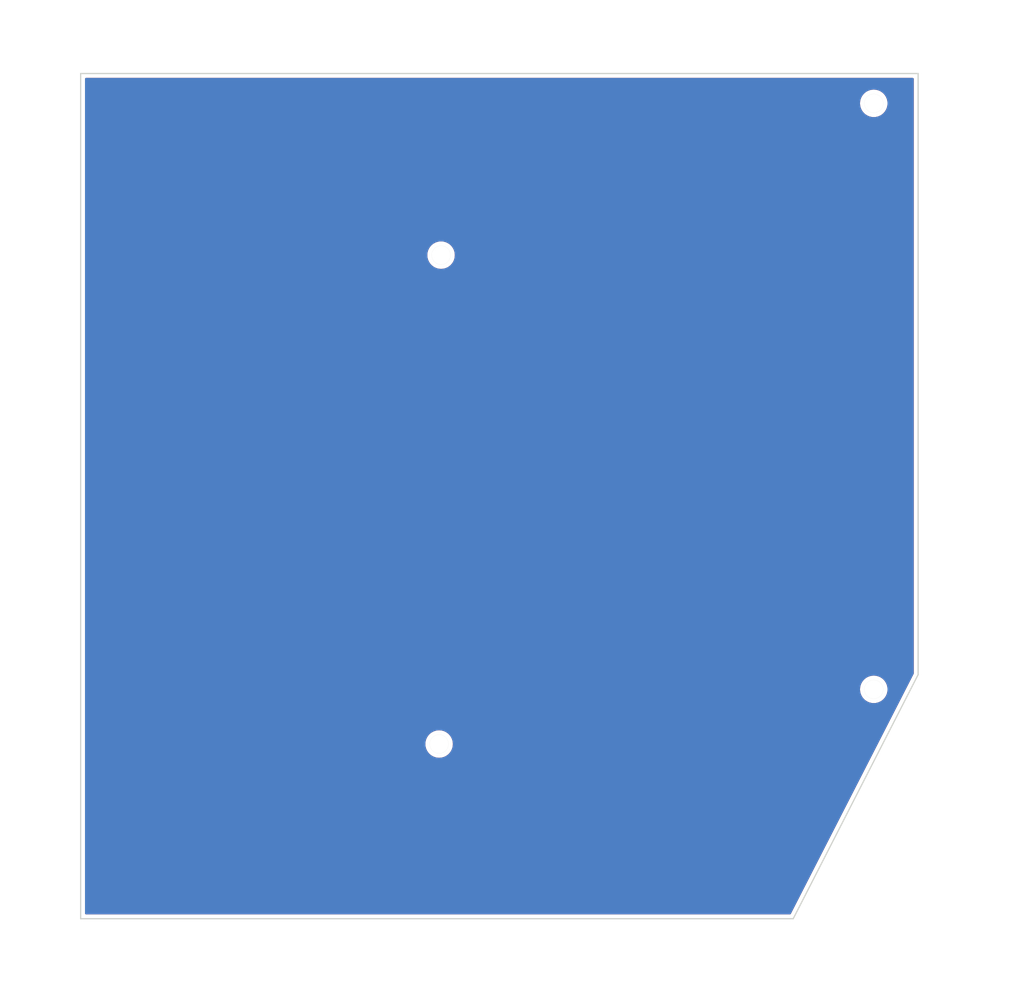
<source format=kicad_pcb>
(kicad_pcb (version 20211014) (generator pcbnew)
  (layers (0 "F.Cu" signal) (31 "B.Cu" signal) (34 "B.Paste" user) (35 "F.Paste" user) (36 "B.SilkS" user "B.Silkscreen") (37 "F.SilkS" user "F.Silkscreen") (38 "B.Mask" user) (39 "F.Mask" user) (44 "Edge.Cuts" user))
  (net 0 "")
  (footprint "kbd_Hole:m2_Screw_Hole_EdgeCuts" (layer "F.Cu") (at 167.219895 30.643438)
    (fp_text reference "Ref**" hide)
    (fp_text value "Val**" hide)
    (fp_circle (center 0 0) (end 1.1 0) (layer "Edge.Cuts") (width 0.01) (fill none))
  )
  (footprint "kbd_Hole:m2_Screw_Hole_EdgeCuts" (layer "F.Cu") (at 167.219895 99.253071)
    (fp_text reference "Ref**" hide)
    (fp_text value "Val**" hide)
    (fp_circle (center 0 0) (end 1.1 0) (layer "Edge.Cuts") (width 0.01) (fill none))
  )
  (footprint "kbd_Hole:m2_Screw_Hole_EdgeCuts" (layer "F.Cu") (at 116.558899 48.413208)
    (fp_text reference "Ref**" hide)
    (fp_text value "Val**" hide)
    (fp_circle (center 0 0) (end 1.1 0) (layer "Edge.Cuts") (width 0.01) (fill none))
  )
  (footprint "kbd_Hole:m2_Screw_Hole_EdgeCuts" (layer "F.Cu") (at 116.330292 105.652805)
    (fp_text reference "Ref**" hide)
    (fp_text value "Val**" hide)
    (fp_circle (center 0 0) (end 1.1 0) (layer "Edge.Cuts") (width 0.01) (fill none))
  )
  (gr_line (start 74.362091 126.102587) (end 74.362091 27.151257) (layer "Edge.Cuts") (width 0.15))
  (gr_line (start 74.362091 27.151257) (end 172.410996 27.151252) (layer "Edge.Cuts") (width 0.15))
  (gr_line (start 172.410996 97.532877) (end 157.78978 126.102587) (layer "Edge.Cuts") (width 0.15))
  (gr_line (start 172.410996 27.151252) (end 172.410996 97.532877) (layer "Edge.Cuts") (width 0.15))
  (gr_line (start 157.78978 126.102587) (end 74.362091 126.102587) (layer "Edge.Cuts") (width 0.15))
  (zone (net 0) (net_name "") (layer "F.Cu") (connect_pads (clearance 0.508)) (min_thickness 0.254) (fill yes (thermal_gap 0.508) (thermal_bridge_width 0.508))
    (polygon (pts (xy 182.619895 130.743438) (xy 68.219895 134.043438) (xy 68.219895 20.743438) (xy 178.219895 19.643438)))
  )
  (zone (net 0) (net_name "") (layer "B.Cu") (connect_pads (clearance 0.508)) (min_thickness 0.254) (fill yes (thermal_gap 0.508) (thermal_bridge_width 0.508))
    (polygon (pts (xy 181.519895 20.743438) (xy 184.819895 135.143438) (xy 64.919895 130.743438) (xy 66.019895 18.543438)))
  )
)
</source>
